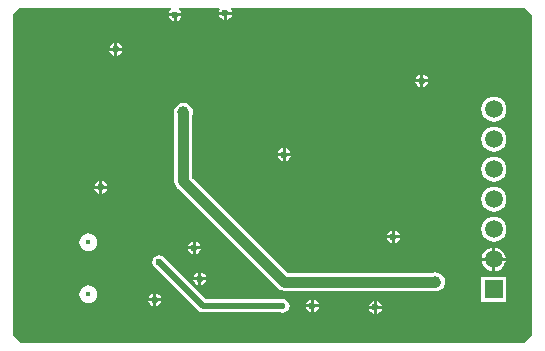
<source format=gbl>
G04*
G04 #@! TF.GenerationSoftware,Altium Limited,Altium Designer,21.0.9 (235)*
G04*
G04 Layer_Physical_Order=2*
G04 Layer_Color=16711680*
%FSLAX25Y25*%
%MOIN*%
G70*
G04*
G04 #@! TF.SameCoordinates,28F69A72-3BD6-4D5A-B4D2-E5632D31EE07*
G04*
G04*
G04 #@! TF.FilePolarity,Positive*
G04*
G01*
G75*
%ADD42C,0.01968*%
%ADD46C,0.01772*%
%ADD47C,0.05906*%
%ADD48R,0.05906X0.05906*%
%ADD49C,0.02362*%
%ADD50C,0.03937*%
%ADD51C,0.03543*%
G36*
X256786Y210790D02*
Y104419D01*
X254081Y101714D01*
X86210D01*
X83714Y104210D01*
Y211290D01*
X85710Y213286D01*
X136339D01*
X136491Y212786D01*
X136172Y212573D01*
X135689Y211851D01*
X135620Y211500D01*
X139868D01*
X139799Y211851D01*
X139317Y212573D01*
X138997Y212786D01*
X139149Y213286D01*
X152469D01*
X152736Y212786D01*
X152445Y212351D01*
X152376Y212000D01*
X156624D01*
X156554Y212351D01*
X156264Y212786D01*
X156531Y213286D01*
X254290D01*
X256786Y210790D01*
D02*
G37*
%LPC*%
G36*
X156624Y211000D02*
X155000D01*
Y209376D01*
X155351Y209445D01*
X156072Y209928D01*
X156554Y210649D01*
X156624Y211000D01*
D02*
G37*
G36*
X154000D02*
X152376D01*
X152445Y210649D01*
X152927Y209928D01*
X153649Y209445D01*
X154000Y209376D01*
Y211000D01*
D02*
G37*
G36*
X139868Y210500D02*
X138244D01*
Y208876D01*
X138595Y208945D01*
X139317Y209427D01*
X139799Y210149D01*
X139868Y210500D01*
D02*
G37*
G36*
X137244D02*
X135620D01*
X135689Y210149D01*
X136172Y209427D01*
X136893Y208945D01*
X137244Y208876D01*
Y210500D01*
D02*
G37*
G36*
X118500Y201624D02*
Y200000D01*
X120124D01*
X120054Y200351D01*
X119572Y201073D01*
X118851Y201554D01*
X118500Y201624D01*
D02*
G37*
G36*
X117500D02*
X117149Y201554D01*
X116428Y201073D01*
X115945Y200351D01*
X115876Y200000D01*
X117500D01*
Y201624D01*
D02*
G37*
G36*
X120124Y199000D02*
X118500D01*
Y197376D01*
X118851Y197445D01*
X119572Y197927D01*
X120054Y198649D01*
X120124Y199000D01*
D02*
G37*
G36*
X117500D02*
X115876D01*
X115945Y198649D01*
X116428Y197927D01*
X117149Y197445D01*
X117500Y197376D01*
Y199000D01*
D02*
G37*
G36*
X220500Y191124D02*
Y189500D01*
X222124D01*
X222055Y189851D01*
X221572Y190573D01*
X220851Y191054D01*
X220500Y191124D01*
D02*
G37*
G36*
X219500D02*
X219149Y191054D01*
X218427Y190573D01*
X217945Y189851D01*
X217876Y189500D01*
X219500D01*
Y191124D01*
D02*
G37*
G36*
X222124Y188500D02*
X220500D01*
Y186876D01*
X220851Y186945D01*
X221572Y187427D01*
X222055Y188149D01*
X222124Y188500D01*
D02*
G37*
G36*
X219500D02*
X217876D01*
X217945Y188149D01*
X218427Y187427D01*
X219149Y186945D01*
X219500Y186876D01*
Y188500D01*
D02*
G37*
G36*
X244000Y183669D02*
X242921Y183527D01*
X241915Y183111D01*
X241052Y182448D01*
X240389Y181585D01*
X239973Y180579D01*
X239830Y179500D01*
X239973Y178421D01*
X240389Y177415D01*
X241052Y176552D01*
X241915Y175889D01*
X242921Y175473D01*
X244000Y175330D01*
X245079Y175473D01*
X246085Y175889D01*
X246948Y176552D01*
X247611Y177415D01*
X248027Y178421D01*
X248169Y179500D01*
X248027Y180579D01*
X247611Y181585D01*
X246948Y182448D01*
X246085Y183111D01*
X245079Y183527D01*
X244000Y183669D01*
D02*
G37*
G36*
Y173670D02*
X242921Y173527D01*
X241915Y173111D01*
X241052Y172448D01*
X240389Y171585D01*
X239973Y170579D01*
X239830Y169500D01*
X239973Y168421D01*
X240389Y167415D01*
X241052Y166552D01*
X241915Y165889D01*
X242921Y165473D01*
X244000Y165331D01*
X245079Y165473D01*
X246085Y165889D01*
X246948Y166552D01*
X247611Y167415D01*
X248027Y168421D01*
X248169Y169500D01*
X248027Y170579D01*
X247611Y171585D01*
X246948Y172448D01*
X246085Y173111D01*
X245079Y173527D01*
X244000Y173670D01*
D02*
G37*
G36*
X174602Y166522D02*
Y164898D01*
X176227D01*
X176157Y165249D01*
X175675Y165970D01*
X174953Y166452D01*
X174602Y166522D01*
D02*
G37*
G36*
X173602D02*
X173251Y166452D01*
X172530Y165970D01*
X172048Y165249D01*
X171978Y164898D01*
X173602D01*
Y166522D01*
D02*
G37*
G36*
X176227Y163898D02*
X174602D01*
Y162273D01*
X174953Y162343D01*
X175675Y162825D01*
X176157Y163547D01*
X176227Y163898D01*
D02*
G37*
G36*
X173602D02*
X171978D01*
X172048Y163547D01*
X172530Y162825D01*
X173251Y162343D01*
X173602Y162273D01*
Y163898D01*
D02*
G37*
G36*
X244000Y163670D02*
X242921Y163527D01*
X241915Y163111D01*
X241052Y162448D01*
X240389Y161585D01*
X239973Y160579D01*
X239830Y159500D01*
X239973Y158421D01*
X240389Y157415D01*
X241052Y156552D01*
X241915Y155889D01*
X242921Y155473D01*
X244000Y155331D01*
X245079Y155473D01*
X246085Y155889D01*
X246948Y156552D01*
X247611Y157415D01*
X248027Y158421D01*
X248169Y159500D01*
X248027Y160579D01*
X247611Y161585D01*
X246948Y162448D01*
X246085Y163111D01*
X245079Y163527D01*
X244000Y163670D01*
D02*
G37*
G36*
X113500Y155624D02*
Y154000D01*
X115124D01*
X115055Y154351D01*
X114573Y155072D01*
X113851Y155554D01*
X113500Y155624D01*
D02*
G37*
G36*
X112500D02*
X112149Y155554D01*
X111427Y155072D01*
X110945Y154351D01*
X110876Y154000D01*
X112500D01*
Y155624D01*
D02*
G37*
G36*
X115124Y153000D02*
X113500D01*
Y151376D01*
X113851Y151445D01*
X114573Y151927D01*
X115055Y152649D01*
X115124Y153000D01*
D02*
G37*
G36*
X112500D02*
X110876D01*
X110945Y152649D01*
X111427Y151927D01*
X112149Y151445D01*
X112500Y151376D01*
Y153000D01*
D02*
G37*
G36*
X244000Y153670D02*
X242921Y153527D01*
X241915Y153111D01*
X241052Y152448D01*
X240389Y151585D01*
X239973Y150579D01*
X239830Y149500D01*
X239973Y148421D01*
X240389Y147415D01*
X241052Y146552D01*
X241915Y145889D01*
X242921Y145473D01*
X244000Y145331D01*
X245079Y145473D01*
X246085Y145889D01*
X246948Y146552D01*
X247611Y147415D01*
X248027Y148421D01*
X248169Y149500D01*
X248027Y150579D01*
X247611Y151585D01*
X246948Y152448D01*
X246085Y153111D01*
X245079Y153527D01*
X244000Y153670D01*
D02*
G37*
G36*
X211000Y139124D02*
Y137500D01*
X212624D01*
X212555Y137851D01*
X212072Y138573D01*
X211351Y139055D01*
X211000Y139124D01*
D02*
G37*
G36*
X210000D02*
X209649Y139055D01*
X208927Y138573D01*
X208445Y137851D01*
X208376Y137500D01*
X210000D01*
Y139124D01*
D02*
G37*
G36*
X244000Y143669D02*
X242921Y143527D01*
X241915Y143111D01*
X241052Y142448D01*
X240389Y141585D01*
X239973Y140579D01*
X239830Y139500D01*
X239973Y138421D01*
X240389Y137415D01*
X241052Y136552D01*
X241915Y135889D01*
X242921Y135473D01*
X244000Y135330D01*
X245079Y135473D01*
X246085Y135889D01*
X246948Y136552D01*
X247611Y137415D01*
X248027Y138421D01*
X248169Y139500D01*
X248027Y140579D01*
X247611Y141585D01*
X246948Y142448D01*
X246085Y143111D01*
X245079Y143527D01*
X244000Y143669D01*
D02*
G37*
G36*
X212624Y136500D02*
X211000D01*
Y134876D01*
X211351Y134945D01*
X212072Y135427D01*
X212555Y136149D01*
X212624Y136500D01*
D02*
G37*
G36*
X210000D02*
X208376D01*
X208445Y136149D01*
X208927Y135427D01*
X209649Y134945D01*
X210000Y134876D01*
Y136500D01*
D02*
G37*
G36*
X144640Y135484D02*
Y133860D01*
X146265D01*
X146195Y134211D01*
X145713Y134932D01*
X144992Y135414D01*
X144640Y135484D01*
D02*
G37*
G36*
X143640D02*
X143289Y135414D01*
X142568Y134932D01*
X142086Y134211D01*
X142016Y133860D01*
X143640D01*
Y135484D01*
D02*
G37*
G36*
X108807Y138140D02*
X108036Y138038D01*
X107318Y137741D01*
X106701Y137267D01*
X106228Y136651D01*
X105930Y135932D01*
X105829Y135161D01*
X105930Y134391D01*
X106228Y133672D01*
X106701Y133055D01*
X107318Y132582D01*
X108036Y132285D01*
X108807Y132183D01*
X109578Y132285D01*
X110296Y132582D01*
X110913Y133055D01*
X111386Y133672D01*
X111684Y134391D01*
X111785Y135161D01*
X111684Y135932D01*
X111386Y136651D01*
X110913Y137267D01*
X110296Y137741D01*
X109578Y138038D01*
X108807Y138140D01*
D02*
G37*
G36*
X146265Y132860D02*
X144640D01*
Y131235D01*
X144992Y131305D01*
X145713Y131787D01*
X146195Y132509D01*
X146265Y132860D01*
D02*
G37*
G36*
X143640D02*
X142016D01*
X142086Y132509D01*
X142568Y131787D01*
X143289Y131305D01*
X143640Y131235D01*
Y132860D01*
D02*
G37*
G36*
X244500Y133421D02*
Y130000D01*
X247921D01*
X247851Y130532D01*
X247453Y131493D01*
X246819Y132319D01*
X245993Y132953D01*
X245032Y133351D01*
X244500Y133421D01*
D02*
G37*
G36*
X243500D02*
X242968Y133351D01*
X242007Y132953D01*
X241181Y132319D01*
X240547Y131493D01*
X240149Y130532D01*
X240079Y130000D01*
X243500D01*
Y133421D01*
D02*
G37*
G36*
X247921Y129000D02*
X244500D01*
Y125579D01*
X245032Y125649D01*
X245993Y126047D01*
X246819Y126681D01*
X247453Y127507D01*
X247851Y128468D01*
X247921Y129000D01*
D02*
G37*
G36*
X243500D02*
X240079D01*
X240149Y128468D01*
X240547Y127507D01*
X241181Y126681D01*
X242007Y126047D01*
X242968Y125649D01*
X243500Y125579D01*
Y129000D01*
D02*
G37*
G36*
X146500Y125124D02*
Y123500D01*
X148124D01*
X148055Y123851D01*
X147573Y124573D01*
X146851Y125055D01*
X146500Y125124D01*
D02*
G37*
G36*
X145500D02*
X145149Y125055D01*
X144428Y124573D01*
X143946Y123851D01*
X143876Y123500D01*
X145500D01*
Y125124D01*
D02*
G37*
G36*
X148124Y122500D02*
X146500D01*
Y120876D01*
X146851Y120946D01*
X147573Y121428D01*
X148055Y122149D01*
X148124Y122500D01*
D02*
G37*
G36*
X145500D02*
X143876D01*
X143946Y122149D01*
X144428Y121428D01*
X145149Y120946D01*
X145500Y120876D01*
Y122500D01*
D02*
G37*
G36*
X140500Y181677D02*
X139678Y181569D01*
X138912Y181251D01*
X138254Y180746D01*
X137749Y180088D01*
X137432Y179322D01*
X137323Y178500D01*
X137432Y177678D01*
X137522Y177460D01*
Y155500D01*
X137623Y154729D01*
X137921Y154011D01*
X138394Y153394D01*
X171894Y119894D01*
X171894Y119894D01*
X172511Y119421D01*
X173229Y119123D01*
X174000Y119022D01*
X223460D01*
X223678Y118931D01*
X224500Y118823D01*
X225322Y118931D01*
X226088Y119249D01*
X226746Y119754D01*
X227251Y120412D01*
X227569Y121178D01*
X227677Y122000D01*
X227569Y122822D01*
X227251Y123588D01*
X226746Y124246D01*
X226088Y124751D01*
X225322Y125068D01*
X224500Y125177D01*
X223678Y125068D01*
X223460Y124978D01*
X175234D01*
X143478Y156734D01*
Y177460D01*
X143569Y177678D01*
X143677Y178500D01*
X143569Y179322D01*
X143251Y180088D01*
X142746Y180746D01*
X142088Y181251D01*
X141322Y181569D01*
X140500Y181677D01*
D02*
G37*
G36*
X131500Y118124D02*
Y116500D01*
X133124D01*
X133054Y116851D01*
X132572Y117572D01*
X131851Y118054D01*
X131500Y118124D01*
D02*
G37*
G36*
X130500D02*
X130149Y118054D01*
X129428Y117572D01*
X128946Y116851D01*
X128876Y116500D01*
X130500D01*
Y118124D01*
D02*
G37*
G36*
X248134Y123634D02*
X239866D01*
Y115366D01*
X248134D01*
Y123634D01*
D02*
G37*
G36*
X108807Y120817D02*
X108036Y120715D01*
X107318Y120418D01*
X106701Y119945D01*
X106228Y119328D01*
X105930Y118609D01*
X105829Y117839D01*
X105930Y117068D01*
X106228Y116349D01*
X106701Y115733D01*
X107318Y115259D01*
X108036Y114962D01*
X108807Y114860D01*
X109578Y114962D01*
X110296Y115259D01*
X110913Y115733D01*
X111386Y116349D01*
X111684Y117068D01*
X111785Y117839D01*
X111684Y118609D01*
X111386Y119328D01*
X110913Y119945D01*
X110296Y120418D01*
X109578Y120715D01*
X108807Y120817D01*
D02*
G37*
G36*
X184000Y116124D02*
Y114500D01*
X185624D01*
X185555Y114851D01*
X185073Y115573D01*
X184351Y116054D01*
X184000Y116124D01*
D02*
G37*
G36*
X183000D02*
X182649Y116054D01*
X181928Y115573D01*
X181446Y114851D01*
X181376Y114500D01*
X183000D01*
Y116124D01*
D02*
G37*
G36*
X205000Y115624D02*
Y114000D01*
X206624D01*
X206555Y114351D01*
X206072Y115073D01*
X205351Y115554D01*
X205000Y115624D01*
D02*
G37*
G36*
X204000D02*
X203649Y115554D01*
X202927Y115073D01*
X202446Y114351D01*
X202376Y114000D01*
X204000D01*
Y115624D01*
D02*
G37*
G36*
X133124Y115500D02*
X131500D01*
Y113876D01*
X131851Y113945D01*
X132572Y114427D01*
X133054Y115149D01*
X133124Y115500D01*
D02*
G37*
G36*
X130500D02*
X128876D01*
X128946Y115149D01*
X129428Y114427D01*
X130149Y113945D01*
X130500Y113876D01*
Y115500D01*
D02*
G37*
G36*
X185624Y113500D02*
X184000D01*
Y111876D01*
X184351Y111945D01*
X185073Y112427D01*
X185555Y113149D01*
X185624Y113500D01*
D02*
G37*
G36*
X183000D02*
X181376D01*
X181446Y113149D01*
X181928Y112427D01*
X182649Y111945D01*
X183000Y111876D01*
Y113500D01*
D02*
G37*
G36*
X132500Y130909D02*
X131578Y130725D01*
X130797Y130203D01*
X130275Y129422D01*
X130092Y128500D01*
X130275Y127578D01*
X130797Y126797D01*
X131578Y126275D01*
X131609Y126269D01*
X145439Y112439D01*
X146155Y111960D01*
X147000Y111792D01*
X172552D01*
X172578Y111775D01*
X173500Y111591D01*
X174422Y111775D01*
X175203Y112297D01*
X175725Y113078D01*
X175909Y114000D01*
X175725Y114922D01*
X175203Y115703D01*
X174422Y116225D01*
X173500Y116409D01*
X172578Y116225D01*
X172552Y116208D01*
X147915D01*
X134731Y129391D01*
X134725Y129422D01*
X134203Y130203D01*
X133422Y130725D01*
X132500Y130909D01*
D02*
G37*
G36*
X206624Y113000D02*
X205000D01*
Y111376D01*
X205351Y111445D01*
X206072Y111927D01*
X206555Y112649D01*
X206624Y113000D01*
D02*
G37*
G36*
X204000D02*
X202376D01*
X202446Y112649D01*
X202927Y111927D01*
X203649Y111445D01*
X204000Y111376D01*
Y113000D01*
D02*
G37*
%LPD*%
D42*
X147000Y114000D02*
X173500D01*
X132500Y128500D02*
X147000Y114000D01*
D46*
X108807Y135161D02*
D03*
Y117839D02*
D03*
D47*
X244000Y139500D02*
D03*
Y129500D02*
D03*
Y149500D02*
D03*
Y159500D02*
D03*
Y169500D02*
D03*
Y179500D02*
D03*
D48*
Y119500D02*
D03*
D49*
X220000Y189000D02*
D03*
X154500Y211500D02*
D03*
X174102Y164398D02*
D03*
X210500Y137000D02*
D03*
X113000Y153500D02*
D03*
X146000Y123000D02*
D03*
X132500Y128500D02*
D03*
X131000Y116000D02*
D03*
X183500Y114000D02*
D03*
X118000Y199500D02*
D03*
X173500Y114000D02*
D03*
X204500Y113500D02*
D03*
X144140Y133360D02*
D03*
X137744Y211000D02*
D03*
D50*
X140500Y178500D02*
D03*
X224500Y122000D02*
D03*
D51*
X140500Y155500D02*
Y178500D01*
Y155500D02*
X174000Y122000D01*
X224500D01*
M02*

</source>
